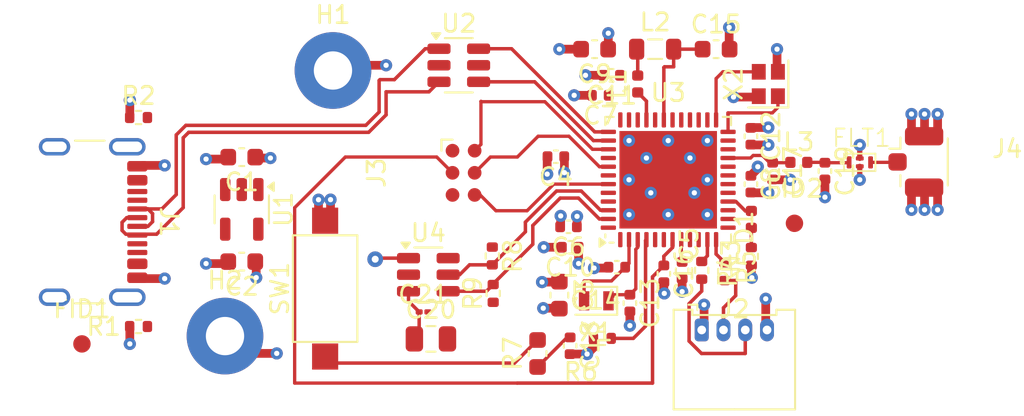
<source format=kicad_pcb>
(kicad_pcb (version 20240108) (generator "pcbnew") (generator_version "8.0")
  (layers (0 "F.Cu" signal) (1 "In1.Cu" signal) (2 "In2.Cu" signal) (31 "B.Cu" signal) (34 "B.Paste" user) (35 "F.Paste" user) (36 "B.SilkS" user "B.Silkscreen") (37 "F.SilkS" user "F.Silkscreen") (38 "B.Mask" user) (39 "F.Mask" user) (44 "Edge.Cuts" user))
  (net 0 "")
  (net 1 "GND")
  (net 2 "+5V")
  (net 3 "+3.3V")
  (net 4 "Net-(U3-PC15)")
  (net 5 "Net-(U3-PC14)")
  (net 6 "/SMPSLX")
  (net 7 "/SWD_NRST")
  (net 8 "/RF")
  (net 9 "Net-(U3-PH3)")
  (net 10 "/RF_MATCH")
  (net 11 "/LED_A")
  (net 12 "/LED_K")
  (net 13 "/RF_ANT")
  (net 14 "Net-(J1-D+-PadA6)")
  (net 15 "Net-(J1-CC1)")
  (net 17 "Net-(J1-CC2)")
  (net 18 "Net-(J1-D--PadA7)")
  (net 20 "/UART_TXC")
  (net 21 "/UART_RXC")
  (net 22 "/SWD_TRC")
  (net 23 "/SWD_CLK")
  (net 24 "+3V3")
  (net 25 "/SWD_DIO")
  (net 26 "/UART_TX")
  (net 27 "/UART_RX")
  (net 28 "Net-(R7-Pad2)")
  (net 30 "/USB_D-")
  (net 31 "/USB_D+")
  (net 41 "/HSE_IN")
  (net 44 "/HSE_OUT")
  (net 51 "/I2C1_SCL")
  (net 54 "/I2C1_SDA")
  (net 55 "unconnected-(U4-VOUT-Pad1)")
  (footprint "Fiducial:Fiducial_1mm_Mask2mm" (layer "F.Cu") (at 64.785 79.775)
    (property "Reference" "FID1")
    (property "Value" "Fiducial")
  )
  (footprint "Capacitor_SMD:C_0603_1608Metric" (layer "F.Cu") (at 90.95 80.325 90)
    (property "Reference" "R7")
    (property "Value" "220R")
  )
  (footprint "MountingHole:MountingHole_2.2mm_M2_Pad" (layer "F.Cu") (at 73 79.325)
    (property "Reference" "H2")
    (property "Value" "MountingHole_Pad")
  )
  (footprint "Inductor_SMD:L_0402_1005Metric" (layer "F.Cu") (at 96.7 64.85 90)
    (property "Reference" "L1")
    (property "Value" "10n")
  )
  (footprint "Capacitor_SMD:C_0603_1608Metric" (layer "F.Cu") (at 94.225 62.85 180)
    (property "Reference" "C9")
    (property "Value" "4u7")
  )
  (footprint "Capacitor_SMD:C_01005_0402Metric" (layer "F.Cu") (at 84.4 77.9375)
    (property "Reference" "C21")
    (property "Value" "0.1u")
  )
  (footprint "Connector_Molex:Molex_PicoBlade_53048-0410_1x04_P1.25mm_Horizontal" (layer "F.Cu") (at 100.375 78.975)
    (property "Reference" "J2")
    (property "Value" "Conn_01x04")
  )
  (footprint "Capacitor_SMD:C_0603_1608Metric" (layer "F.Cu") (at 73.9625 69.05 180)
    (property "Reference" "C1")
    (property "Value" "4u7")
  )
  (footprint "LED_SMD:LED_0402_1005Metric" (layer "F.Cu") (at 103.225 72.625 90)
    (property "Reference" "D1")
    (property "Value" "LED")
  )
  (footprint "Capacitor_SMD:C_0402_1005Metric" (layer "F.Cu") (at 92 69.025 180)
    (property "Reference" "C4")
    (property "Value" "100n")
  )
  (footprint "Capacitor_SMD:C_0402_1005Metric" (layer "F.Cu") (at 92.8175 79.8825 -90)
    (property "Reference" "C18")
    (property "Value" "100n")
  )
  (footprint "Resistor_SMD:R_0402_1005Metric" (layer "F.Cu") (at 101.7 75.625 90)
    (property "Reference" "R5")
    (property "Value" "220R")
  )
  (footprint "Resistor_SMD:R_0402_1005Metric" (layer "F.Cu") (at 100.375 75.55 90)
    (property "Reference" "R4")
    (property "Value" "220R")
  )
  (footprint "Inductor_SMD:L_0805_2012Metric" (layer "F.Cu") (at 97.7 62.85)
    (property "Reference" "L2")
    (property "Value" "10u")
  )
  (footprint "Resistor_SMD:R_0402_1005Metric" (layer "F.Cu") (at 88.35 74.725 -90)
    (property "Reference" "R8")
    (property "Value" "5k1")
  )
  (footprint "Capacitor_SMD:C_0402_1005Metric" (layer "F.Cu") (at 99.25 75.55 -90)
    (property "Reference" "C5")
    (property "Value" "100n")
  )
  (footprint "Capacitor_SMD:C_0402_1005Metric" (layer "F.Cu") (at 92.725 73.05 180)
    (property "Reference" "C6")
    (property "Value" "100n")
  )
  (footprint "Connector_Coaxial:U.FL_Hirose_U.FL-R-SMT-1_Vertical" (layer "F.Cu") (at 112.67 69.325)
    (property "Reference" "J4")
    (property "Value" "Conn_Coaxial")
  )
  (footprint "Crystal:Crystal_SMD_2016-4Pin_2.0x1.6mm" (layer "F.Cu") (at 104.2 64.85 90)
    (property "Reference" "X2")
    (property "Value" "32MHz")
  )
  (footprint "BSTM_NewRFLPFLayout:DLF162500LT-5028A1" (layer "F.Cu") (at 109.45 69.35)
    (property "Reference" "FLT1")
    (property "Value" "DLF162500LT-5028A1")
  )
  (footprint "Capacitor_SMD:C_0603_1608Metric" (layer "F.Cu") (at 92.2 76.975 -90)
    (property "Reference" "C3")
    (property "Value" "4u7")
  )
  (footprint "Capacitor_SMD:C_0805_2012Metric" (layer "F.Cu") (at 84.825 79.4875)
    (property "Reference" "C20")
    (property "Value" "10u")
  )
  (footprint "Capacitor_SMD:C_0402_1005Metric" (layer "F.Cu") (at 98.2 75.75 -90)
    (property "Reference" "C16")
    (property "Value" "100n")
  )
  (footprint "Package_TO_SOT_SMD:SOT-23-6" (layer "F.Cu") (at 84.675 75.8)
    (property "Reference" "U4")
    (property "Value" "MCP4725A3T-E/CH")
  )
  (footprint "Capacitor_SMD:C_0402_1005Metric" (layer "F.Cu") (at 95.2 64.35 180)
    (property "Reference" "C11")
    (property "Value" "100n")
  )
  (footprint "Crystal:Crystal_SMD_2012-2Pin_2.0x1.2mm" (layer "F.Cu") (at 94.32 77.3 180)
    (property "Reference" "X1")
    (property "Value" "32kHz768")
  )
  (footprint "Resistor_SMD:R_0402_1005Metric" (layer "F.Cu") (at 94.6675 79.4575 180)
    (property "Reference" "R6")
    (property "Value" "5k1")
  )
  (footprint "Resistor_SMD:R_0402_1005Metric" (layer "F.Cu") (at 103.225 74.75 90)
    (property "Reference" "R3")
    (property "Value" "220R")
  )
  (footprint "Resistor_SMD:R_0402_1005Metric" (layer "F.Cu") (at 68.035 66.775 180)
    (property "Reference" "R2")
    (property "Value" "5k1")
  )
  (footprint "Package_TO_SOT_SMD:SOT-23-5" (layer "F.Cu") (at 73.9625 72.05 -90)
    (property "Reference" "U1")
    (property "Value" "MIC5365-3.3YD5")
  )
  (footprint "Inductor_SMD:L_0402_1005Metric" (layer "F.Cu") (at 105.95 69.35)
    (property "Reference" "L3")
    (property "Value" "2n7")
  )
  (footprint "Capacitor_SMD:C_0402_1005Metric" (layer "F.Cu") (at 103.2 67.85 -90)
    (property "Reference" "C12")
    (property "Value" "100n")
  )
  (footprint "Capacitor_SMD:C_0603_1608Metric" (layer "F.Cu") (at 73.9625 75.05 180)
    (property "Reference" "C2")
    (property "Value" "4u7")
  )
  (footprint "Package_TO_SOT_SMD:SOT-23-6" (layer "F.Cu") (at 86.425 63.775)
    (property "Reference" "U2")
    (property "Value" "USBLC6-2SC6")
  )
  (footprint "MountingHole:MountingHole_2.2mm_M2_Pad" (layer "F.Cu") (at 79.2 64.075)
    (property "Reference" "H1")
    (property "Value" "MountingHole_Pad")
  )
  (footprint "Connector_USB:USB_C_Receptacle_GCT_USB4105-xx-A_16P_TopMnt_Horizontal" (layer "F.Cu") (at 64.285 72.775 -90)
    (property "Reference" "J1")
    (property "Value" "USB_C_Receptacle_USB2.0_16P")
  )
  (footprint "Capacitor_SMD:C_0603_1608Metric" (layer "F.Cu") (at 101.2 62.85)
    (property "Reference" "C15")
    (property "Value" "4u7")
  )
  (footprint "Connector:Tag-Connect_TC2030-IDC-FP_2x03_P1.27mm_Vertical" (layer "F.Cu") (at 86.7 69.95 -90)
    (property "Reference" "J3")
    (property "Value" "Conn_ARM_SWD_TagConnect_TC2030")
  )
  (footprint "Capacitor_SMD:C_0402_1005Metric" (layer "F.Cu") (at 96.25 77.43 -90)
    (property "Reference" "C13")
    (property "Value" "10p")
  )
  (footprint "Button_Switch_SMD:SW_SPST_CK_RS282G05A3" (layer "F.Cu") (at 78.75 76.6 90)
    (property "Reference" "SW1")
    (property "Value" "SW_Push")
  )
  (footprint "Resistor_SMD:R_0402_1005Metric" (layer "F.Cu") (at 68.035 78.775 180)
    (property "Reference" "R1")
    (property "Value" "5k1")
  )
  (footprint "Package_DFN_QFN:QFN-48-1EP_7x7mm_P0.5mm_EP5.6x5.6mm" (layer "F.Cu") (at 98.45 70.35 90)
    (property "Reference" "U3")
    (property "Value" "STM32WB55CEU6")
  )
  (footprint "Capacitor_SMD:C_0402_1005Metric" (layer "F.Cu") (at 92.825 74.225 180)
    (property "Reference" "C10")
    (property "Value" "100n")
  )
  (footprint "Capacitor_SMD:C_0402_1005Metric" (layer "F.Cu") (at 107.45 69.85 -90)
    (property "Reference" "C19")
    (property "Value" "0p3")
  )
  (footprint "Fiducial:Fiducial_1mm_Mask2mm" (layer "F.Cu") (at 105.7 72.85)
    (property "Reference" "FID2")
    (property "Value" "Fiducial")
  )
  (footprint "Capacitor_SMD:C_0402_1005Metric" (layer "F.Cu") (at 95.5 75.37 180)
    (property "Reference" "C14")
    (property "Value" "10p")
  )
  (footprint "Resistor_SMD:R_0402_1005Metric" (layer "F.Cu") (at 88.4 76.875 90)
    (property "Reference" "R9")
    (property "Value" "5k1")
  )
  (footprint "Capacitor_SMD:C_0402_1005Metric" (layer "F.Cu") (at 104.45 69.85 -90)
    (property "Reference" "C17")
    (property "Value" "0p8")
  )
  (footprint "Capacitor_SMD:C_0402_1005Metric" (layer "F.Cu") (at 94.55 65.5 180)
    (property "Reference" "C7")
    (property "Value" "100n")
  )
  (footprint "Capacitor_SMD:C_0402_1005Metric" (layer "F.Cu") (at 103.2 70.6 -90)
    (property "Reference" "C8")
    (property "Value" "100n")
  )
  (segment (start 73.1625 75.1625) (end 71.9125 75.1625) (width 0.5) (layer "F.Cu") (net 1))
  (segment (start 94.7 64.35) (end 93.7 64.35) (width 0.5) (layer "F.Cu") (net 1))
  (segment (start 113.17 67.825) (end 113.17 66.575) (width 0.5) (layer "F.Cu") (net 1))
  (segment (start 109.45 69.5775) (end 109.45 70.35) (width 0.3) (layer "F.Cu") (net 1))
  (segment (start 92.275 73.075) (end 92.275 72.425) (width 0.5) (layer "F.Cu") (net 1))
  (segment (start 79.5 63.775) (end 79.2 64.075) (width 0.5) (layer "F.Cu") (net 1))
  (segment (start 103.2 71.1) (end 104.2 71.1) (width 0.5) (layer "F.Cu") (net 1))
  (segment (start 96.25 77.91) (end 96.25 78.725) (width 0.5) (layer "F.Cu") (net 1))
  (segment (start 93.45 62.85) (end 92.2 62.85) (width 0.5) (layer "F.Cu") (net 1))
  (segment (start 103.225 75.95) (end 103.25 75.975) (width 0.5) (layer "F.Cu") (net 1))
  (segment (start 82.25 63.775) (end 79.5 63.775) (width 0.5) (layer "F.Cu") (net 1))
  (segment (start 92.7925 80.3575) (end 93.7925 80.3575) (width 0.5) (layer "F.Cu") (net 1))
  (segment (start 103.2 68.35) (end 104.2 68.35) (width 0.5) (layer "F.Cu") (net 1))
  (segment (start 94.05 65.5) (end 93.05 65.5) (width 0.5) (layer "F.Cu") (net 1))
  (segment (start 67.535 66.775) (end 67.535 65.775) (width 0.5) (layer "F.Cu") (net 1))
  (segment (start 73.1625 69.1625) (end 71.9125 69.1625) (width 0.5) (layer "F.Cu") (net 1))
  (segment (start 91.5 69.025) (end 91.5 70.025) (width 0.5) (layer "F.Cu") (net 1))
  (segment (start 95 75.42) (end 94.19 75.42) (width 0.5) (layer "F.Cu") (net 1))
  (segment (start 92.2 77.725) (end 91.275 77.725) (width 0.5) (layer "F.Cu") (net 1))
  (segment (start 112.42 70.825) (end 112.42 72.075) (width 0.5) (layer "F.Cu") (net 1))
  (segment (start 94.1575 79.9925) (end 93.7925 80.3575) (width 0.5) (layer "F.Cu") (net 1))
  (segment (start 104.7 64.1) (end 104.7 62.85) (width 0.5) (layer "F.Cu") (net 1))
  (segment (start 98.2 76.23) (end 98.2 76.85) (width 0.5) (layer "F.Cu") (net 1))
  (segment (start 75.97 80.32) (end 73.995 80.32) (width 0.5) (layer "F.Cu") (net 1))
  (segment (start 99.25 76.03) (end 99.25 76.775) (width 0.5) (layer "F.Cu") (net 1))
  (segment (start 107.45 70.35) (end 107.45 71.35) (width 0.5) (layer "F.Cu") (net 1))
  (segment (start 109.45 69.1225) (end 109.45 68.35) (width 0.3) (layer "F.Cu") (net 1))
  (segment (start 67.535 78.775) (end 67.535 79.775) (width 0.5) (layer "F.Cu") (net 1))
  (segment (start 100.51 77.525) (end 100.51 78.84) (width 0.5) (layer "F.Cu") (net 1))
  (segment (start 101.95 62.85) (end 101.95 61.6) (width 0.5) (layer "F.Cu") (net 1))
  (segment (start 68.285 69.525) (end 69.535 69.525) (width 0.5) (layer "F.Cu") (net 1))
  (segment (start 92.345 74.225) (end 91.305 74.225) (width 0.5) (layer "F.Cu") (net 1))
  (segment (start 113.92 67.825) (end 113.92 66.575) (width 0.5) (layer "F.Cu") (net 1))
  (segment (start 113.92 70.825) (end 113.92 72.075) (width 0.5) (layer "F.Cu") (net 1))
  (segment (start 68.285 76.025) (end 69.535 76.025) (width 0.5) (layer "F.Cu") (net 1))
  (segment (start 113.17 70.825) (end 113.17 72.075) (width 0.5) (layer "F.Cu") (net 1))
  (segment (start 98.1 76.725) (end 98.125 76.75) (width 0.5) (layer "F.Cu") (net 1))
  (segment (start 94.1575 79.4575) (end 94.1575 79.9925) (width 0.5) (layer "F.Cu") (net 1))
  (segment (start 103.225 75.26) (end 103.225 75.95) (width 0.5) (layer "F.Cu") (net 1))
  (segment (start 104.45 70.35) (end 105.45 70.35) (width 0.5) (layer "F.Cu") (net 1))
  (segment (start 103.45 65.6) (end 102.2 65.6) (width 0.5) (layer "F.Cu") (net 1))
  (segment (start 112.42 67.825) (end 112.42 66.575) (width 0.5) (layer "F.Cu") (net 1))
  (via (at 98.45 68.1) (size 0.7) (drill 0.3) (layers "F.Cu" "B.Cu") (net 1))
  (via (at 93.7 64.35) (size 0.7) (drill 0.3) (layers "F.Cu" "B.Cu") (net 1))
  (via (at 97.2 69.1) (size 0.7) (drill 0.3) (layers "F.Cu" "B.Cu") (net 1))
  (via (at 96.2 68.1) (size 0.7) (drill 0.3) (layers "F.Cu" "B.Cu") (net 1))
  (via (at 67.535 65.775) (size 0.7) (drill 0.3) (layers "F.Cu" "B.Cu") (net 1))
  (via (at 109.45 70.35) (size 0.7) (drill 0.3) (layers "F.Cu" "B.Cu") (net 1))
  (via (at 99.95 71.1) (size 0.7) (drill 0.3) (layers "F.Cu" "B.Cu") (net 1))
  (via (at 99.7 69.1) (size 0.7) (drill 0.3) (layers "F.Cu" "B.Cu") (net 1))
  (via (at 104.2 68.35) (size 0.7) (drill 0.3) (layers "F.Cu" "B.Cu") (net 1))
  (via (at 104.7 62.85) (size 0.7) (drill 0.3) (layers "F.Cu" "B.Cu") (net 1))
  (via (at 102.2 65.6) (size 0.7) (drill 0.3) (layers "F.Cu" "B.Cu") (net 1))
  (via (at 113.17 66.575) (size 0.7) (drill 0.3) (layers "F.Cu" "B.Cu") (net 1))
  (via (at 75.97 80.32) (size 0.7) (drill 0.3) (layers "F.Cu" "B.Cu") (net 1))
  (via (at 96.2 70.35) (size 0.7) (drill 0.3) (layers "F.Cu" "B.Cu") (net 1))
  (via (at 113.92 66.575) (size 0.7) (drill 0.3) (layers "F.Cu" "B.Cu") (net 1))
  (via (at 71.9125 75.1625) (size 0.7) (drill 0.3) (layers "F.Cu" "B.Cu") (net 1))
  (via (at 71.9125 69.1625) (size 0.7) (drill 0.3) (layers "F.Cu" "B.Cu") (net 1))
  (via (at 113.92 72.075) (size 0.7) (drill 0.3) (layers "F.Cu" "B.Cu") (net 1))
  (via (at 97.45 71.1) (size 0.7) (drill 0.3) (layers "F.Cu" "B.Cu") (net 1))
  (via (at 82.25 63.775) (size 0.7) (drill 0.3) (layers "F.Cu" "B.Cu") (net 1))
  (via (at 96.2 72.35) (size 0.7) (drill 0.3) (layers "F.Cu" "B.Cu") (net 1))
  (via (at 91.275 77.725) (size 0.7) (drill 0.3) (layers "F.Cu" "B.Cu") (net 1))
  (via (at 100.7 68.1) (size 0.7) (drill 0.3) (layers "F.Cu" "B.Cu") (net 1))
  (via (at 91.305 74.225) (size 0.7) (drill 0.3) (layers "F.Cu" "B.Cu") (net 1))
  (via (at 67.535 79.775) (size 0.7) (drill 0.3) (layers "F.Cu" "B.Cu") (net 1))
  (via (at 91.5 70.025) (size 0.7) (drill 0.3) (layers "F.Cu" "B.Cu") (net 1))
  (via (at 69.535 76.025) (size 0.7) (drill 0.3) (layers "F.Cu" "B.Cu") (net 1))
  (via (at 101.95 61.6) (size 0.7) (drill 0.3) (layers "F.Cu" "B.Cu") (net 1))
  (via (at 104.2 71.1) (size 0.7) (drill 0.3) (layers "F.Cu" "B.Cu") (net 1))
  (via (at 69.535 69.525) (size 0.7) (drill 0.3) (layers "F.Cu" "B.Cu") (net 1))
  (via (at 105.45 70.35) (size 0.7) (drill 0.3) (layers "F.Cu" "B.Cu") (net 1))
  (via (at 109.45 68.35) (size 0.7) (drill 0.3) (layers "F.Cu" "B.Cu") (net 1))
  (via (at 93.7925 80.3575) (size 0.7) (drill 0.3) (layers "F.Cu" "B.Cu") (net 1))
  (via (at 100.7 70.35) (size 0.7) (drill 0.3) (layers "F.Cu" "B.Cu") (net 1))
  (via (at 100.51 77.525) (size 0.7) (drill 0.3) (layers "F.Cu" "B.Cu") (net 1))
  (via (at 94.19 75.42) (size 0.7) (drill 0.3) (layers "F.Cu" "B.Cu") (net 1))
  (via (at 96.25 78.725) (size 0.7) (drill 0.3) (layers "F.Cu" "B.Cu") (net 1))
  (via (at 99.25 76.775) (size 0.7) (drill 0.3) (layers "F.Cu" "B.Cu") (net 1))
  (via (at 98.45 72.35) (size 0.7) (drill 0.3) (layers "F.Cu" "B.Cu") (net 1))
  (via (at 112.42 72.075) (size 0.7) (drill 0.3) (layers "F.Cu" "B.Cu") (net 1))
  (via (at 98.225 76.875) (size 0.7) (drill 0.3) (layers "F.Cu" "B.Cu") (net 1))
  (via (at 92.2 62.85) (size 0.7) (drill 0.3) (layers "F.Cu" "B.Cu") (net 1))
  (via (at 113.17 72.075) (size 0.7) (drill 0.3) (layers "F.Cu" "B.Cu") (net 1))
  (via (at 103.25 75.975) (size 0.7) (drill 0.3) (layers "F.Cu" "B.Cu") (net 1))
  (via (at 107.45 71.35) (size 0.7) (drill 0.3) (layers "F.Cu" "B.Cu") (net 1))
  (via (at 92.275 72.425) (size 0.7) (drill 0.3) (layers "F.Cu" "B.Cu") (net 1))
  (via (at 112.42 66.575) (size 0.7) (drill 0.3) (layers "F.Cu" "B.Cu") (net 1))
  (via (at 100.7 72.35) (size 0.7) (drill 0.3) (layers "F.Cu" "B.Cu") (net 1))
  (via (at 93.05 65.5) (size 0.7) (drill 0.3) (layers "F.Cu" "B.Cu") (net 1))
  (segment (start 74.7575 69.1025) (end 75.6075 69.1025) (width 0.5) (layer "F.Cu") (net 2))
  (segment (start 95.03 65.5) (end 95.239386 65.5) (width 0.2) (layer "F.Cu") (net 3))
  (segment (start 92.49 69.09) (end 92.49 69.94) (width 0.5) (layer "F.Cu") (net 3))
  (segment (start 92.055 76.225) (end 91.205 76.225) (width 0.5) (layer "F.Cu") (net 3))
  (segment (start 103.2 67.35) (end 104.2 67.35) (width 0.5) (layer "F.Cu") (net 3))
  (segment (start 103.59522 69.599382) (end 103.59522 69.70478) (width 0.5) (layer "F.Cu") (net 3))
  (segment (start 99.2 73.7875) (end 99.2 74.92) (width 0.2) (layer "F.Cu") (net 3))
  (segment (start 104.05 77.185) (end 104.05 78.9) (width 0.5) (layer "F.Cu") (net 3))
  (segment (start 93.215 73.015) (end 93.215 72.45) (width 0.5) (layer "F.Cu") (net 3))
  (segment (start 95.01 62.785) (end 95.01 61.935) (width 0.5) (layer "F.Cu") (net 3))
  (segment (start 74.7925 75.1175) (end 74.7925 75.9675) (width 0.5) (layer "F.Cu") (net 3))
  (segment (start 99.2 74.92) (end 99.05 75.07) (width 0.2) (layer "F.Cu") (net 3))
  (segment (start 103.59522 69.70478) (end 103.2 70.1) (width 0.5) (layer "F.Cu") (net 3))
  (segment (start 93.305 74.31) (end 93.305 75.16) (width 0.5) (layer "F.Cu") (net 3))
  (via (at 93.305 75.16) (size 0.7) (drill 0.3) (layers "F.Cu" "B.Cu") (net 3))
  (via (at 93.215 72.45) (size 0.7) (drill 0.3) (layers "F.Cu" "B.Cu") (net 3))
  (via (at 95.01 61.935) (size 0.7) (drill 0.3) (layers "F.Cu" "B.Cu") (net 3))
  (via (at 75.6075 69.1025) (size 0.7) (drill 0.3) (layers "F.Cu" "B.Cu") (net 3))
  (via (at 104.2 67.35) (size 0.7) (drill 0.3) (layers "F.Cu" "B.Cu") (net 3))
  (via (at 74.7925 75.9675) (size 0.7) (drill 0.3) (layers "F.Cu" "B.Cu") (net 3))
  (via (at 78.37 71.495) (size 0.7) (drill 0.3) (layers "F.Cu" "B.Cu") (net 3))
  (via (at 104.05 77.185) (size 0.7) (drill 0.3) (layers "F.Cu" "B.Cu") (net 3))
  (via (at 92.49 69.94) (size 0.7) (drill 0.3) (layers "F.Cu" "B.Cu") (net 3))
  (via (at 103.59522 69.599382) (size 0.7) (drill 0.3) (layers "F.Cu" "B.Cu") (net 3))
  (via (at 79.06 71.49) (size 0.7) (drill 0.3) (layers "F.Cu" "B.Cu") (net 3))
  (via (at 91.205 76.225) (size 0.7) (drill 0.3) (layers "F.Cu" "B.Cu") (net 3))
  (segment (start 96.59 74.342314) (end 96.59 76.61) (width 0.19) (layer "F.Cu") (net 4))
  (segment (start 95.37 76.95) (end 95.02 77.3) (width 0.19) (layer "F.Cu") (net 4))
  (segment (start 96.7 74.232314) (end 96.7 73.7875) (width 0.19) (layer "F.Cu") (net 4))
  (segment (start 96.59 74.342314) (end 96.7 74.232314) (width 0.19) (layer "F.Cu") (net 4))
  (segment (start 96.59 76.61) (end 96.25 76.95) (width 0.19) (layer "F.Cu") (net 4))
  (segment (start 96.25 76.95) (end 95.37 76.95) (width 0.19) (layer "F.Cu") (net 4))
  (segment (start 95.19 76.16) (end 93.63 76.16) (width 0.19) (layer "F.Cu") (net 5))
  (segment (start 96.2 75.15) (end 95.98 75.37) (width 0.19) (layer "F.Cu") (net 5))
  (segment (start 93.62 76.17) (end 93.62 77.3) (width 0.19) (layer "F.Cu") (net 5))
  (segment (start 95.98 75.37) (end 95.19 76.16) (width 0.19) (layer "F.Cu") (net 5))
  (segment (start 96.2 73.7875) (end 96.2 75.15) (width 0.19) (layer "F.Cu") (net 5))
  (segment (start 93.63 76.16) (end 93.62 76.17) (width 0.19) (layer "F.Cu") (net 5))
  (segment (start 97.2 65.835) (end 97.2 66.9125) (width 0.2) (layer "F.Cu") (net 6))
  (segment (start 98.7625 62.85) (end 98.7625 63.8625) (width 0.2) (layer "F.Cu") (net 6))
  (segment (start 96.7 64.365) (end 96.7 62.9125) (width 0.2) (layer "F.Cu") (net 6))
  (segment (start 98.2 63.9) (end 98.2 66.9125) (width 0.2) (layer "F.Cu") (net 6))
  (segment (start 98.7625 63.8625) (end 98.2375 63.8625) (width 0.2) (layer "F.Cu") (net 6))
  (segment (start 96.7 65.335) (end 97.2 65.835) (width 0.2) (layer "F.Cu") (net 6))
  (segment (start 96.7 62.9125) (end 96.6375 62.85) (width 0.2) (layer "F.Cu") (net 6))
  (segment (start 98.2375 63.8625) (end 98.2 63.9) (width 0.2) (layer "F.Cu") (net 6))
  (segment (start 98.7625 62.85) (end 100.425 62.85) (width 0.2) (layer "F.Cu") (net 6))
  (segment (start 98.7 73.7875) (end 98.7 74.239386) (width 0.2) (layer "F.Cu") (net 7))
  (segment (start 97.55 82.025) (end 89.775 82.025) (width 0.2) (layer "F.Cu") (net 7))
  (segment (start 79.910282 69.04255) (end 77 71.952832) (width 0.19) (layer "F.Cu") (net 7))
  (segment (start 77 71.952832) (end 77 82.025) (width 0.19) (layer "F.Cu") (net 7))
  (segment (start 85.15755 69.04255) (end 79.910282 69.04255) (width 0.19) (layer "F.Cu") (net 7))
  (segment (start 98.2 74.739386) (end 98.2 75.27) (width 0.2) (layer "F.Cu") (net 7))
  (segment (start 97.55 75.92) (end 97.55 82.025) (width 0.2) (layer "F.Cu") (net 7))
  (segment (start 98.7 74.239386) (end 98.2 74.739386) (width 0.2) (layer "F.Cu") (net 7))
  (segment (start 86.065 69.95) (end 85.15755 69.04255) (width 0.19) (layer "F.Cu") (net 7))
  (segment (start 98.2 75.27) (end 97.55 75.92) (width 0.2) (layer "F.Cu") (net 7))
  (segment (start 77 82.025) (end 89.775 82.025) (width 0.19) (layer "F.Cu") (net 7))
  (segment (start 103.328052 68.954382) (end 103.862388 68.954382) (width 0.19) (layer "F.Cu") (net 8))
  (segment (start 101.8875 69.1) (end 103.182434 69.1) (width 0.19) (layer "F.Cu") (net 8))
  (segment (start 105.445 69.37) (end 105.465 69.35) (width 0.19) (layer "F.Cu") (net 8))
  (segment (start 104.45 69.37) (end 105.445 69.37) (width 0.19) (layer "F.Cu") (net 8))
  (segment (start 103.182434 69.1) (end 103.328052 68.954382) (width 0.19) (layer "F.Cu") (net 8))
  (segment (start 103.862388 68.954382) (end 104.278006 69.37) (width 0.19) (layer "F.Cu") (net 8))
  (segment (start 104.278006 69.37) (end 104.45 69.37) (width 0.19) (layer "F.Cu") (net 8))
  (segment (start 97.15 78.754999) (end 96.447499 79.4575) (width 0.2) (layer "F.Cu") (net 9))
  (segment (start 97.15 73.8375) (end 97.15 78.754999) (width 0.2) (layer "F.Cu") (net 9))
  (segment (start 92.6475 79.4025) (end 90.95 81.1) (width 0.2) (layer "F.Cu") (net 9))
  (segment (start 96.447499 79.4575) (end 95.1775 79.4575) (width 0.2) (layer "F.Cu") (net 9))
  (segment (start 92.8175 79.4025) (end 92.6475 79.4025) (width 0.2) (layer "F.Cu") (net 9))
  (segment (start 97.2 73.7875) (end 97.15 73.8375) (width 0.2) (layer "F.Cu") (net 9))
  (segment (start 107.45 69.37) (end 108.8175 69.37) (width 0.19) (layer "F.Cu") (net 10))
  (segment (start 106.435 69.35) (end 107.43 69.35) (width 0.19) (layer "F.Cu") (net 10))
  (segment (start 107.43 69.35) (end 107.45 69.37) (width 0.19) (layer "F.Cu") (net 10))
  (segment (start 108.8175 69.37) (end 108.8375 69.35) (width 0.19) (layer "F.Cu") (net 10))
  (segment (start 102.879386 72.14) (end 102.339386 71.6) (width 0.2) (layer "F.Cu") (net 11))
  (segment (start 103.225 72.14) (end 102.879386 72.14) (width 0.2) (layer "F.Cu") (net 11))
  (segment (start 102.339386 71.6) (end 101.8875 71.6) (width 0.2) (layer "F.Cu") (net 11))
  (segment (start 103.35 73.235) (end 103.225 73.11) (width 0.2) (layer "F.Cu") (net 12))
  (segment (start 103.225 73.11) (end 103.225 74.24) (width 0.2) (layer "F.Cu") (net 12))
  (segment (start 110.0715 69.35) (end 111.595 69.35) (width 0.19) (layer "F.Cu") (net 13))
  (segment (start 111.595 69.35) (end 111.62 69.325) (width 0.19) (layer "F.Cu") (net 13))
  (segment (start 111.379 69.566) (end 111.62 69.325) (width 0.19) (layer "F.Cu") (net 13))
  (segment (start 67.35759 72.525) (end 67.965 72.525) (width 0.2) (layer "F.Cu") (net 14))
  (segment (start 67.30759 73.475) (end 67.09 73.25741) (width 0.2) (layer "F.Cu") (net 14))
  (segment (start 84.7125 65.3) (end 82.25 65.3) (width 0.2) (layer "F.Cu") (net 14))
  (segment (start 70.915686 67.625) (end 70.6 67.940686) (width 0.2) (layer "F.Cu") (net 14))
  (segment (start 69.075 73.475) (end 67.30759 73.475) (width 0.2) (layer "F.Cu") (net 14))
  (segment (start 70.6 67.940686) (end 70.6 71.95) (width 0.2) (layer "F.Cu") (net 14))
  (segment (start 81.249999 67.625) (end 70.915686 67.625) (width 0.2) (layer "F.Cu") (net 14))
  (segment (start 82.25 65.3) (end 82.25 66.625) (width 0.2) (layer "F.Cu") (net 14))
  (segment (start 85.2875 64.725) (end 84.7125 65.3) (width 0.2) (layer "F.Cu") (net 14))
  (segment (start 82.25 66.625) (end 81.249999 67.625) (width 0.2) (layer "F.Cu") (net 14))
  (segment (start 70.6 71.95) (end 69.075 73.475) (width 0.2) (layer "F.Cu") (net 14))
  (segment (start 67.09 72.79259) (end 67.35759 72.525) (width 0.2) (layer "F.Cu") (net 14))
  (segment (start 67.09 73.25741) (end 67.09 72.79259) (width 0.2) (layer "F.Cu") (net 14))
  (segment (start 70.75 67.225) (end 70.2 67.775) (width 0.2) (layer "F.Cu") (net 18))
  (segment (start 67.965 72.025) (end 68.57241 72.025) (width 0.2) (layer "F.Cu") (net 18))
  (segment (start 70.2 71.2) (end 69.375 72.025) (width 0.2) (layer "F.Cu") (net 18))
  (segment (start 68.57241 72.025) (end 68.84 72.29259) (width 0.2) (layer "F.Cu") (net 18))
  (segment (start 84.5 62.825) (end 82.725 64.6) (width 0.2) (layer "F.Cu") (net 18))
  (segment (start 81.9 64.6) (end 81.85 64.65) (width 0.2) (layer "F.Cu") (net 18))
  (segment (start 82.725 64.6) (end 81.9 64.6) (width 0.2) (layer "F.Cu") (net 18))
  (segment (start 68.84 72.29259) (end 68.84 72.75741) (width 0.2) (layer "F.Cu") (net 18))
  (segment (start 81.85 66.459314) (end 81.084314 67.225) (width 0.2) (layer "F.Cu") (net 18))
  (segment (start 85.2875 62.825) (end 84.5 62.825) (width 0.2) (layer "F.Cu") (net 18))
  (segment (start 81.85 64.65) (end 81.85 66.459314) (width 0.2) (layer "F.Cu") (net 18))
  (segment (start 70.2 67.775) (end 70.2 71.2) (width 0.2) (layer "F.Cu") (net 18))
  (segment (start 69.375 72.025) (end 67.965 72.025) (width 0.2) (layer "F.Cu") (net 18))
  (segment (start 81.084314 67.225) (end 70.75 67.225) (width 0.2) (layer "F.Cu") (net 18))
  (segment (start 68.84 72.75741) (end 68.57241 73.025) (width 0.2) (layer "F.Cu") (net 18))
  (segment (start 68.57241 73.025) (end 67.965 73.025) (width 0.2) (layer "F.Cu") (net 18))
  (segment (start 99.65 77.465761) (end 99.65 79.612648) (width 0.2) (layer "F.Cu") (net 20))
  (segment (start 99.65 79.612648) (end 100.362352 80.325) (width 0.2) (layer "F.Cu") (net 20))
  (segment (start 102.875 80.325) (end 102.875 78.975) (width 0.2) (layer "F.Cu") (net 20))
  (segment (start 100.375 76.06) (end 100.375 76.740761) (width 0.2) (layer "F.Cu") (net 20))
  (segment (start 100.375 76.740761) (end 99.65 77.465761) (width 0.2) (layer "F.Cu") (net 20))
  (segment (start 100.362352 80.325) (end 102.875 80.325) (width 0.2) (layer "F.Cu") (net 20))
  (segment (start 101.625 77.7) (end 101.625 78.975) (width 0.2) (layer "F.Cu") (net 21))
  (segment (start 102.325685 76.135) (end 102.325685 76.999315) (width 0.2) (layer "F.Cu") (net 21))
  (segment (start 102.325685 76.999315) (end 101.625 77.7) (width 0.2) (layer "F.Cu") (net 21))
  (segment (start 101.7 76.135) (end 102.325685 76.135) (width 0.2) (layer "F.Cu") (net 21))
  (segment (start 90.34755 72.12745) (end 88.555956 72.12745) (width 0.19) (layer "F.Cu") (net 22))
  (segment (start 95.0125 70.6) (end 91.875 70.6) (width 0.19) (layer "F.Cu") (net 22))
  (segment (start 88.525 69.875) (end 88.525 69.87) (width 0.19) (layer "F.Cu") (net 22))
  (segment (start 87.648506 71.22) (end 87.335 71.22) (width 0.19) (layer "F.Cu") (net 22))
  (segment (start 89.775 69.875) (end 88.525 69.875) (width 0.19) (layer "F.Cu") (net 22))
  (segment (start 91.875 70.6) (end 90.34755 72.12745) (width 0.19) (layer "F.Cu") (net 22))
  (segment (start 88.555956 72.12745) (end 87.648506 71.22) (width 0.19) (layer "F.Cu") (net 22))
  (segment (start 89.788804 69.04255) (end 88.24245 69.04255) (width 0.19) (layer "F.Cu") (net 23))
  (segment (start 88.24245 69.04255) (end 87.335 69.95) (width 0.19) (layer "F.Cu") (net 23))
  (segment (start 95.0125 69.6) (end 94.5 69.6) (width 0.19) (layer "F.Cu") (net 23))
  (segment (start 90.981354 67.85) (end 89.788804 69.04255) (width 0.19) (layer "F.Cu") (net 23))
  (segment (start 92.75 67.85) (end 90.981354 67.85) (width 0.19) (layer "F.Cu") (net 23))
  (segment (start 94.5 69.6) (end 92.75 67.85) (width 0.19) (layer "F.Cu") (net 23))
  (segment (start 84.15 79.2125) (end 83.875 79.4875) (width 0.2) (layer "F.Cu") (net 24))
  (segment (start 84.15 77.9375) (end 84.15 79.2125) (width 0.2) (layer "F.Cu") (net 24))
  (segment (start 78.37 72.345) (end 78.37 71.495) (width 0.5) (layer "F.Cu") (net 24))
  (segment (start 83.5375 77.325) (end 84.15 77.9375) (width 0.2) (layer "F.Cu") (net 24))
  (segment (start 79.06 72.34) (end 79.06 71.49) (width 0.5) (layer "F.Cu") (net 24))
  (segment (start 83.5375 76.75) (end 83.5375 77.325) (width 0.2) (layer "F.Cu") (net 24))
  (segment (start 87.69755 68.31745) (end 87.335 68.68) (width 0.19) (layer "F.Cu") (net 25))
  (segment (start 94.1 68.6) (end 91.36755 65.86755) (width 0.19) (layer "F.Cu") (net 25))
  (segment (start 91.36755 65.86755) (end 87.71755 65.86755) (width 0.19) (layer "F.Cu") (net 25))
  (segment (start 87.7 65.85) (end 87.69755 65.85245) (width 0.19) (layer "F.Cu") (net 25))
  (segment (start 87.69755 65.85245) (end 87.69755 68.31745) (width 0.19) (layer "F.Cu") (net 25))
  (segment (start 87.71755 65.86755) (end 87.7 65.85) (width 0.19) (layer "F.Cu") (net 25))
  (segment (start 95.0125 68.6) (end 94.1 68.6) (width 0.19) (layer "F.Cu") (net 25))
  (segment (start 100.7 73.7875) (end 100.7 74.715) (width 0.2) (layer "F.Cu") (net 26))
  (segment (start 100.7 74.715) (end 100.375 75.04) (width 0.2) (layer "F.Cu") (net 26))
  (segment (start 101.2 73.7875) (end 101.2 74.615) (width 0.2) (layer "F.Cu") (net 27))
  (segment (start 101.2 74.615) (end 101.7 75.115) (width 0.2) (layer "F.Cu") (net 27))
  (segment (start 89.625 80.875) (end 90.95 79.55) (width 0.2) (layer "F.Cu") (net 28))
  (segment (start 79.125 80.875) (end 89.625 80.875) (width 0.2) (layer "F.Cu") (net 28))
  (segment (start 78.75 80.5) (end 79.125 80.875) (width 0.2) (layer "F.Cu") (net 28))
  (segment (start 95.0125 67.6) (end 94.230761 67.6) (width 0.2) (layer "F.Cu") (net 30))
  (segment (start 94.230761 67.6) (end 89.455761 62.825) (width 0.2) (layer "F.Cu") (net 30))
  (segment (start 89.455761 62.825) (end 87.5625 62.825) (width 0.2) (layer "F.Cu") (net 30))
  (segment (start 90.783614 64.725) (end 87.5625 64.725) (width 0.2) (layer "F.Cu") (net 31))
  (segment (start 94.158614 68.1) (end 90.783614 64.725) (width 0.2) (layer "F.Cu") (net 31))
  (segment (start 95.0125 68.1) (end 94.158614 68.1) (width 0.2) (layer "F.Cu") (net 31))
  (segment (start 101.59 64.15) (end 101.2 64.54) (width 0.19) (layer "F.Cu") (net 41))
  (segment (start 103.65 64.15) (end 101.59 64.15) (width 0.19) (layer "F.Cu") (net 41))
  (segment (start 101.2 64.54) (end 101.2 66.9125) (width 0.19) (layer "F.Cu") (net 41))
  (segment (start 104.43 66.51) (end 101.88 66.51) (width 0.19) (layer "F.Cu") (net 44))
  (segment (start 104.75 66.19) (end 104.43 66.51) (width 0.19) (layer "F.Cu") (net 44))
  (segment (start 101.88 66.6) (end 101.8875 66.6075) (width 0.19) (layer "F.Cu") (net 44))
  (segment (start 101.8875 66.6075) (end 101.8875 67.6) (width 0.19) (layer "F.Cu") (net 44))
  (segment (start 101.88 66.51) (end 101.88 66.6) (width 0.19) (layer "F.Cu") (net 44))
  (segment (start 104.75 65.55) (end 104.75 66.19) (width 0.19) (layer "F.Cu") (net 44))
  (segment (start 87.039999 75.235) (end 86.474999 75.8) (width 0.2) (layer "F.Cu") (net 51))
  (segment (start 86.474999 75.8) (end 85.8125 75.8) (width 0.2) (layer "F.Cu") (net 51))
  (segment (start 90.25 72.783614) (end 92.038614 70.995) (width 0.2) (layer "F.Cu") (net 51))
  (segment (start 88.35 75.235) (end 87.039999 75.235) (width 0.2) (layer "F.Cu") (net 51))
  (segment (start 90.25 73.335) (end 88.35 75.235) (width 0.2) (layer "F.Cu") (net 51))
  (segment (start 94.560614 72.1) (end 95.0125 72.1) (width 0.2) (layer "F.Cu") (net 51))
  (segment (start 93.455614 70.995) (end 94.560614 72.1) (width 0.2) (layer "F.Cu") (net 51))
  (segment (start 92.038614 70.995) (end 93.455614 70.995) (width 0.2) (layer "F.Cu") (net 51))
  (segment (start 90.25 72.783614) (end 90.25 73.335) (width 0.2) (layer "F.Cu") (net 51))
  (segment (start 85.974999 75.8125) (end 85.3125 75.8125) (width 0.2) (layer "F.Cu") (net 51))
  (segment (start 85.974999 76.7625) (end 85.3125 76.7625) (width 0.2) (layer "F.Cu") (net 54))
  (segment (start 90.675 74.05) (end 88.4 76.325) (width 0.2) (layer "F.Cu") (net 54))
  (segment (start 92.25 71.4) (end 90.675 72.975) (width 0.2) (layer "F.Cu") (net 54))
  (segment (start 94.494928 72.6) (end 93.294928 71.4) (width 0.2) (layer "F.Cu") (net 54))
  (segment (start 88.4 76.365) (end 88.015 76.75) (width 0.2) (layer "F.Cu") (net 54))
  (segment (start 90.675 72.975) (end 90.675 74.05) (width 0.2) (layer "F.Cu") (net 54))
  (segment (start 88.4 76.325) (end 88.4 76.365) (width 0.2) (layer "F.Cu") (net 54))
  (segment (start 95.0125 72.6) (end 94.494928 72.6) (width 0.2) (layer "F.Cu") (net 54))
  (segment (start 88.015 76.75) (end 85.8125 76.75) (width 0.2) (layer "F.Cu") (net 54))
  (segment (start 93.294928 71.4) (end 92.25 71.4) (width 0.2) (layer "F.Cu") (net 54))
  (segment (start 81.6875 74.85) (end 81.625 74.9125) (width 0.2) (layer "F.Cu") (net 55))
  (segment (start 83.5375 74.85) (end 81.6875 74.85) (width 0.2) (layer "F.Cu") (net 55))
  (via (at 81.625 74.9125) (size 0.9) (drill 0.4) (layers "F.Cu" "B.Cu") (net 55))
)
</source>
